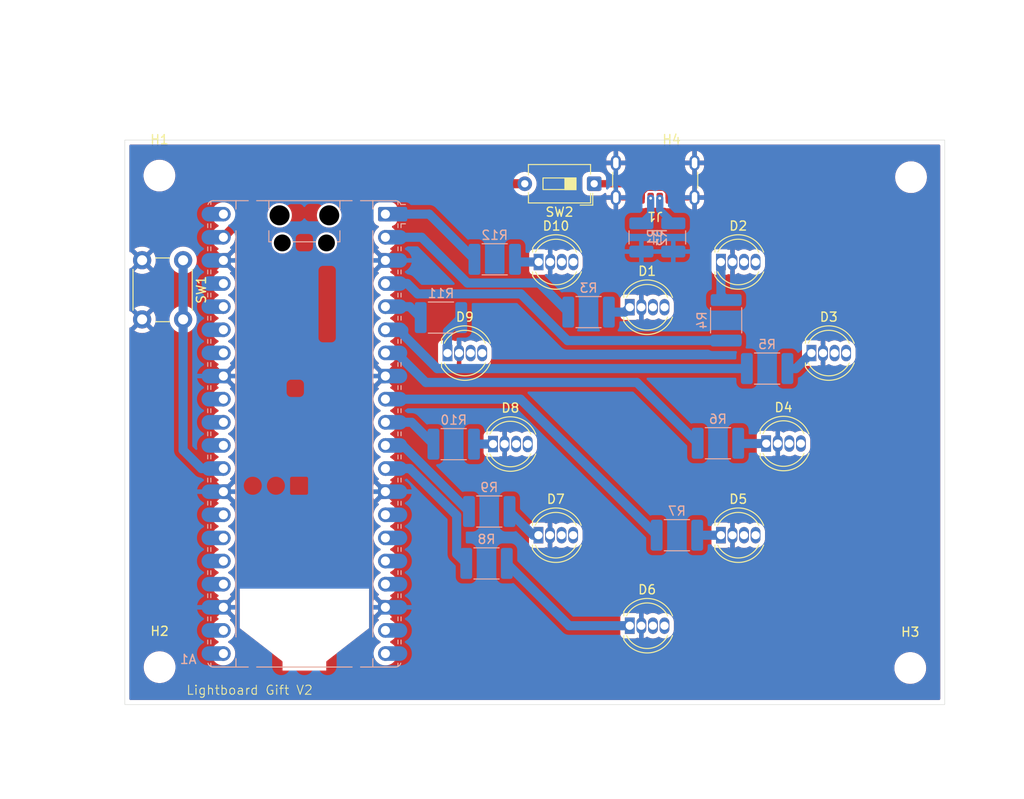
<source format=kicad_pcb>
(kicad_pcb (version 20241229) (generator "pcbnew") (generator_version "9.0")
  (layers (0 "F.Cu" signal) (2 "B.Cu" signal) (13 "F.Paste" user) (15 "B.Paste" user) (5 "F.SilkS" user "F.Silkscreen") (7 "B.SilkS" user "B.Silkscreen") (1 "F.Mask" user) (3 "B.Mask" user) (25 "Edge.Cuts" user))
  (net 0 "")
  (net 1 "VBUS")
  (net 14 "Net-(J1-CC2)")
  (net 15 "GND")
  (net 16 "Net-(J1-CC1)")
  (net 17 "Net-(SW2-A)")
  (net 20 "RED0")
  (net 23 "RED1")
  (net 26 "RED2")
  (net 28 "RED3")
  (net 30 "RED4")
  (net 33 "RED5")
  (net 37 "RED6")
  (net 39 "RED7")
  (net 42 "RED8")
  (net 46 "RED9")
  (net 48 "Net-(D1-RA)")
  (net 49 "Net-(D2-RA)")
  (net 50 "Net-(D3-RA)")
  (net 51 "Net-(D4-RA)")
  (net 52 "Net-(D5-RA)")
  (net 53 "Net-(D6-RA)")
  (net 54 "Net-(D7-RA)")
  (net 55 "Net-(D8-RA)")
  (net 56 "Net-(D9-RA)")
  (net 57 "Net-(D10-RA)")
  (net 66 "Net-(A1-GPIO22)")
  (footprint "LED_THT:LED_D5.0mm-4_RGB" (layer "F.Cu") (at 166.925603 99.4)
    (property "Reference" "D5" (at 1.905 -3.96 0) (layer "F.SilkS"))
    (property "Value" "LED_RKGB")
    (pad "1" thru_hole rect (at 0 0) (size 1.07 1.8) (drill 0.9) (layers "*.Cu" "*.Mask") (net 52 "Net-(D5-RA)"))
    (pad "2" thru_hole oval (at 1.27 0) (size 1.07 1.8) (drill 0.9) (layers "*.Cu" "*.Mask") (net 15 "GND"))
    (pad "3" thru_hole oval (at 2.54 0) (size 1.07 1.8) (drill 0.9) (layers "*.Cu" "*.Mask"))
    (pad "4" thru_hole oval (at 3.81 0) (size 1.07 1.8) (drill 0.9) (layers "*.Cu" "*.Mask"))
  )
  (footprint "LED_THT:LED_D5.0mm-4_RGB" (layer "F.Cu") (at 166.927461 69.395049)
    (property "Reference" "D2" (at 1.905 -3.96 0) (layer "F.SilkS"))
    (property "Value" "LED_RKGB")
    (pad "1" thru_hole rect (at 0 0) (size 1.07 1.8) (drill 0.9) (layers "*.Cu" "*.Mask") (net 49 "Net-(D2-RA)"))
    (pad "2" thru_hole oval (at 1.27 0) (size 1.07 1.8) (drill 0.9) (layers "*.Cu" "*.Mask") (net 15 "GND"))
    (pad "3" thru_hole oval (at 2.54 0) (size 1.07 1.8) (drill 0.9) (layers "*.Cu" "*.Mask"))
    (pad "4" thru_hole oval (at 3.81 0) (size 1.07 1.8) (drill 0.9) (layers "*.Cu" "*.Mask"))
  )
  (footprint "MountingHole:MountingHole_3mm" (layer "F.Cu") (at 187.711347 113.986534)
    (property "Reference" "H3" (at 0 -3.95 0) (layer "F.SilkS"))
    (property "Value" "MountingHole")
    (pad "" np_thru_hole circle (at 0 0) (size 3 3) (drill 3) (layers "*.Cu" "*.Mask"))
  )
  (footprint "LED_THT:LED_D5.0mm-4_RGB" (layer "F.Cu") (at 176.863729 79.398454)
    (property "Reference" "D3" (at 1.905 -3.96 0) (layer "F.SilkS"))
    (property "Value" "LED_RKGB")
    (pad "1" thru_hole rect (at 0 0) (size 1.07 1.8) (drill 0.9) (layers "*.Cu" "*.Mask") (net 50 "Net-(D3-RA)"))
    (pad "2" thru_hole oval (at 1.27 0) (size 1.07 1.8) (drill 0.9) (layers "*.Cu" "*.Mask") (net 15 "GND"))
    (pad "3" thru_hole oval (at 2.54 0) (size 1.07 1.8) (drill 0.9) (layers "*.Cu" "*.Mask"))
    (pad "4" thru_hole oval (at 3.81 0) (size 1.07 1.8) (drill 0.9) (layers "*.Cu" "*.Mask"))
  )
  (footprint "Connector_USB:USB_C_Receptacle_GCT_USB4125-xx-x_6P_TopMnt_Horizontal" (layer "F.Cu") (at 159.715 59.3125 180)
    (property "Reference" "J1" (at 0.015 -5.0875 180) (layer "F.SilkS"))
    (property "Value" "USB_C_Receptacle_PowerOnly_6P")
    (pad "A5" smd roundrect (at -0.5 -3.08 180) (size 0.7 1.2) (layers "F.Cu" "F.Mask" "F.Paste") (net 16 "Net-(J1-CC1)"))
    (pad "A9" smd roundrect (at 1.52 -3.08) (size 0.76 1.2) (layers "F.Cu" "F.Mask" "F.Paste") (net 17 "Net-(SW2-A)"))
    (pad "A12" smd roundrect (at 2.75 -3.08) (size 0.8 1.2) (layers "F.Cu" "F.Mask" "F.Paste") (net 15 "GND"))
    (pad "B5" smd roundrect (at 0.5 -3.08) (size 0.7 1.2) (layers "F.Cu" "F.Mask" "F.Paste") (net 14 "Net-(J1-CC2)"))
    (pad "B9" smd roundrect (at -1.52 -3.08 180) (size 0.76 1.2) (layers "F.Cu" "F.Mask" "F.Paste") (net 17 "Net-(SW2-A)"))
    (pad "B12" smd roundrect (at -2.75 -3.08 180) (size 0.8 1.2) (layers "F.Cu" "F.Mask" "F.Paste") (net 15 "GND"))
    (pad "S1" thru_hole oval (at -4.32 -3 180) (size 1.1 1.7) (drill oval 0.6 1.2) (property pad_prop_heatsink) (layers "*.Cu" "*.Mask" "F.Paste") (net 15 "GND"))
    (pad "S1" thru_hole oval (at -4.32 0.8 180) (size 1.1 1.7) (drill oval 0.6 1.2) (property pad_prop_heatsink) (layers "*.Cu" "*.Mask" "F.Paste") (net 15 "GND"))
    (pad "S1" thru_hole oval (at 4.32 -3 180) (size 1.1 1.7) (drill oval 0.6 1.2) (property pad_prop_heatsink) (layers "*.Cu" "*.Mask" "F.Paste") (net 15 "GND"))
    (pad "S1" thru_hole oval (at 4.32 0.8 180) (size 1.1 1.7) (drill oval 0.6 1.2) (property pad_prop_heatsink) (layers "*.Cu" "*.Mask" "F.Paste") (net 15 "GND"))
  )
  (footprint "MountingHole:MountingHole_3mm" (layer "F.Cu") (at 187.794681 60.07704)
    (property "Reference" "H4" (at -26.285 -4.1375 0) (layer "F.SilkS"))
    (property "Value" "MountingHole")
    (pad "" np_thru_hole circle (at 0 0) (size 3 3) (drill 3) (layers "*.Cu" "*.Mask"))
  )
  (footprint "MountingHole:MountingHole_3mm" (layer "F.Cu") (at 105.299999 59.905043)
    (property "Reference" "H1" (at 0 -3.95 0) (layer "F.SilkS"))
    (property "Value" "MountingHole")
    (pad "" np_thru_hole circle (at 0 0) (size 3 3) (drill 3) (layers "*.Cu" "*.Mask"))
  )
  (footprint "MountingHole:MountingHole_3mm" (layer "F.Cu") (at 105.318301 113.891577)
    (property "Reference" "H2" (at 0 -3.95 0) (layer "F.SilkS"))
    (property "Value" "MountingHole")
    (pad "" np_thru_hole circle (at 0 0) (size 3 3) (drill 3) (layers "*.Cu" "*.Mask"))
  )
  (footprint "LED_THT:LED_D5.0mm-4_RGB" (layer "F.Cu") (at 146.920652 69.395049)
    (property "Reference" "D10" (at 1.905 -3.96 0) (layer "F.SilkS"))
    (property "Value" "LED_RKGB")
    (pad "1" thru_hole rect (at 0 0) (size 1.07 1.8) (drill 0.9) (layers "*.Cu" "*.Mask") (net 57 "Net-(D10-RA)"))
    (pad "2" thru_hole oval (at 1.27 0) (size 1.07 1.8) (drill 0.9) (layers "*.Cu" "*.Mask") (net 15 "GND"))
    (pad "3" thru_hole oval (at 2.54 0) (size 1.07 1.8) (drill 0.9) (layers "*.Cu" "*.Mask"))
    (pad "4" thru_hole oval (at 3.81 0) (size 1.07 1.8) (drill 0.9) (layers "*.Cu" "*.Mask"))
  )
  (footprint "LED_THT:LED_D5.0mm-4_RGB" (layer "F.Cu") (at 156.924057 74.363183)
    (property "Reference" "D1" (at 1.905 -3.96 0) (layer "F.SilkS"))
    (property "Value" "LED_RKGB")
    (pad "1" thru_hole rect (at 0 0) (size 1.07 1.8) (drill 0.9) (layers "*.Cu" "*.Mask") (net 48 "Net-(D1-RA)"))
    (pad "2" thru_hole oval (at 1.27 0) (size 1.07 1.8) (drill 0.9) (layers "*.Cu" "*.Mask") (net 15 "GND"))
    (pad "3" thru_hole oval (at 2.54 0) (size 1.07 1.8) (drill 0.9) (layers "*.Cu" "*.Mask"))
    (pad "4" thru_hole oval (at 3.81 0) (size 1.07 1.8) (drill 0.9) (layers "*.Cu" "*.Mask"))
  )
  (footprint "LED_THT:LED_D5.0mm-4_RGB" (layer "F.Cu") (at 156.924057 109.341531)
    (property "Reference" "D6" (at 1.905 -3.96 0) (layer "F.SilkS"))
    (property "Value" "LED_RKGB")
    (pad "1" thru_hole rect (at 0 0) (size 1.07 1.8) (drill 0.9) (layers "*.Cu" "*.Mask") (net 53 "Net-(D6-RA)"))
    (pad "2" thru_hole oval (at 1.27 0) (size 1.07 1.8) (drill 0.9) (layers "*.Cu" "*.Mask") (net 15 "GND"))
    (pad "3" thru_hole oval (at 2.54 0) (size 1.07 1.8) (drill 0.9) (layers "*.Cu" "*.Mask"))
    (pad "4" thru_hole oval (at 3.81 0) (size 1.07 1.8) (drill 0.9) (layers "*.Cu" "*.Mask"))
  )
  (footprint "LED_THT:LED_D5.0mm-4_RGB" (layer "F.Cu") (at 171.895595 89.334722)
    (property "Reference" "D4" (at 1.905 -3.96 0) (layer "F.SilkS"))
    (property "Value" "LED_RKGB")
    (pad "1" thru_hole rect (at 0 0) (size 1.07 1.8) (drill 0.9) (layers "*.Cu" "*.Mask") (net 51 "Net-(D4-RA)"))
    (pad "2" thru_hole oval (at 1.27 0) (size 1.07 1.8) (drill 0.9) (layers "*.Cu" "*.Mask") (net 15 "GND"))
    (pad "3" thru_hole oval (at 2.54 0) (size 1.07 1.8) (drill 0.9) (layers "*.Cu" "*.Mask"))
    (pad "4" thru_hole oval (at 3.81 0) (size 1.07 1.8) (drill 0.9) (layers "*.Cu" "*.Mask"))
  )
  (footprint "LED_THT:LED_D5.0mm-4_RGB" (layer "F.Cu") (at 136.917248 79.398454)
    (property "Reference" "D9" (at 1.905 -3.96 0) (layer "F.SilkS"))
    (property "Value" "LED_RKGB")
    (pad "1" thru_hole rect (at 0 0) (size 1.07 1.8) (drill 0.9) (layers "*.Cu" "*.Mask") (net 56 "Net-(D9-RA)"))
    (pad "2" thru_hole oval (at 1.27 0) (size 1.07 1.8) (drill 0.9) (layers "*.Cu" "*.Mask") (net 15 "GND"))
    (pad "3" thru_hole oval (at 2.54 0) (size 1.07 1.8) (drill 0.9) (layers "*.Cu" "*.Mask"))
    (pad "4" thru_hole oval (at 3.81 0) (size 1.07 1.8) (drill 0.9) (layers "*.Cu" "*.Mask"))
  )
  (footprint "LED_THT:LED_D5.0mm-4_RGB" (layer "F.Cu") (at 141.913315 89.387712)
    (property "Reference" "D8" (at 1.905 -3.96 0) (layer "F.SilkS"))
    (property "Value" "LED_RKGB")
    (pad "1" thru_hole rect (at 0 0) (size 1.07 1.8) (drill 0.9) (layers "*.Cu" "*.Mask") (net 55 "Net-(D8-RA)"))
    (pad "2" thru_hole oval (at 1.27 0) (size 1.07 1.8) (drill 0.9) (layers "*.Cu" "*.Mask") (net 15 "GND"))
    (pad "3" thru_hole oval (at 2.54 0) (size 1.07 1.8) (drill 0.9) (layers "*.Cu" "*.Mask"))
    (pad "4" thru_hole oval (at 3.81 0) (size 1.07 1.8) (drill 0.9) (layers "*.Cu" "*.Mask"))
  )
  (footprint "LED_THT:LED_D5.0mm-4_RGB" (layer "F.Cu") (at 146.9 99.4)
    (property "Reference" "D7" (at 1.905 -3.96 0) (layer "F.SilkS"))
    (property "Value" "LED_RKGB")
    (pad "1" thru_hole rect (at 0 0) (size 1.07 1.8) (drill 0.9) (layers "*.Cu" "*.Mask") (net 54 "Net-(D7-RA)"))
    (pad "2" thru_hole oval (at 1.27 0) (size 1.07 1.8) (drill 0.9) (layers "*.Cu" "*.Mask") (net 15 "GND"))
    (pad "3" thru_hole oval (at 2.54 0) (size 1.07 1.8) (drill 0.9) (layers "*.Cu" "*.Mask"))
    (pad "4" thru_hole oval (at 3.81 0) (size 1.07 1.8) (drill 0.9) (layers "*.Cu" "*.Mask"))
  )
  (footprint "Button_Switch_THT:SW_PUSH_6mm_H4.3mm" (layer "F.Cu") (at 107.9 69.2 -90)
    (property "Reference" "SW1" (at 3.25 -2 90) (layer "F.SilkS"))
    (property "Value" "SW_Push")
    (pad "1" thru_hole circle (at 0 0) (size 2 2) (drill 1.1) (layers "*.Cu" "*.Mask") (net 66 "Net-(A1-GPIO22)"))
    (pad "1" thru_hole circle (at 6.5 0) (size 2 2) (drill 1.1) (layers "*.Cu" "*.Mask") (net 66 "Net-(A1-GPIO22)"))
    (pad "2" thru_hole circle (at 0 4.5) (size 2 2) (drill 1.1) (layers "*.Cu" "*.Mask") (net 15 "GND"))
    (pad "2" thru_hole circle (at 6.5 4.5) (size 2 2) (drill 1.1) (layers "*.Cu" "*.Mask") (net 15 "GND"))
  )
  (footprint "Button_Switch_THT:SW_DIP_SPSTx01_Slide_6.7x4.1mm_W7.62mm_P2.54mm_LowProfile" (layer "F.Cu") (at 153.02 60.8 180)
    (property "Reference" "SW2" (at 3.81 -3.11 0) (layer "F.SilkS"))
    (property "Value" "SW_SPST")
    (pad "1" thru_hole roundrect (at 0 0 180) (size 1.6 1.6) (drill 0.8) (layers "*.Cu" "*.Mask") (roundrect_rratio 0.15625) (net 17 "Net-(SW2-A)"))
    (pad "2" thru_hole circle (at 7.62 0 180) (size 1.6 1.6) (drill 0.8) (layers "*.Cu" "*.Mask") (net 1 "VBUS"))
  )
  (footprint "Resistor_SMD:R_1812_4532Metric_Pad1.30x3.40mm_HandSolder" (layer "B.Cu") (at 167.5 75.8 -90)
    (property "Reference" "R4" (at 0 2.65 90) (layer "B.SilkS") (effects (justify mirror)))
    (property "Value" "R_Small")
    (pad "1" smd roundrect (at -2.225001 0 270) (size 1.3 3.4) (layers "B.Cu" "B.Mask" "B.Paste") (roundrect_rratio 0.192308) (net 49 "Net-(D2-RA)"))
    (pad "2" smd roundrect (at 2.225001 0 270) (size 1.3 3.4) (layers "B.Cu" "B.Mask" "B.Paste") (roundrect_rratio 0.192308) (net 23 "RED1"))
  )
  (footprint "Resistor_SMD:R_1812_4532Metric_Pad1.30x3.40mm_HandSolder" (layer "B.Cu") (at 172 81.1 180)
    (property "Reference" "R5" (at 0 2.65 0) (layer "B.SilkS") (effects (justify mirror)))
    (property "Value" "R_Small")
    (pad "1" smd roundrect (at -2.225 0 180) (size 1.3 3.4) (layers "B.Cu" "B.Mask" "B.Paste") (roundrect_rratio 0.192308) (net 50 "Net-(D3-RA)"))
    (pad "2" smd roundrect (at 2.225 0 180) (size 1.3 3.4) (layers "B.Cu" "B.Mask" "B.Paste") (roundrect_rratio 0.192308) (net 26 "RED2"))
  )
  (footprint "Resistor_SMD:R_1210_3225Metric_Pad1.30x2.65mm_HandSolder" (layer "B.Cu") (at 158.2 66.7 90)
    (property "Reference" "R2" (at 0 2.28 90) (layer "B.SilkS") (effects (justify mirror)))
    (property "Value" "5k1")
    (pad "1" smd roundrect (at -1.55 0 90) (size 1.3 2.65) (layers "B.Cu" "B.Mask" "B.Paste") (roundrect_rratio 0.192308) (net 15 "GND"))
    (pad "2" smd roundrect (at 1.55 0 90) (size 1.3 2.65) (layers "B.Cu" "B.Mask" "B.Paste") (roundrect_rratio 0.192308) (net 14 "Net-(J1-CC2)"))
  )
  (footprint "Resistor_SMD:R_1812_4532Metric_Pad1.30x3.40mm_HandSolder" (layer "B.Cu") (at 141.2 102.5 180)
    (property "Reference" "R8" (at 0 2.65 0) (layer "B.SilkS") (effects (justify mirror)))
    (property "Value" "R_Small")
    (pad "1" smd roundrect (at -2.225 0 180) (size 1.3 3.4) (layers "B.Cu" "B.Mask" "B.Paste") (roundrect_rratio 0.192308) (net 53 "Net-(D6-RA)"))
    (pad "2" smd roundrect (at 2.225 0 180) (size 1.3 3.4) (layers "B.Cu" "B.Mask" "B.Paste") (roundrect_rratio 0.192308) (net 33 "RED5"))
  )
  (footprint "Resistor_SMD:R_1210_3225Metric_Pad1.30x2.65mm_HandSolder" (layer "B.Cu") (at 161.7 66.7 -90)
    (property "Reference" "R1" (at 0 2.28 90) (layer "B.SilkS") (effects (justify mirror)))
    (property "Value" "5k1")
    (pad "1" smd roundrect (at -1.55 0 270) (size 1.3 2.65) (layers "B.Cu" "B.Mask" "B.Paste") (roundrect_rratio 0.192308) (net 16 "Net-(J1-CC1)"))
    (pad "2" smd roundrect (at 1.55 0 270) (size 1.3 2.65) (layers "B.Cu" "B.Mask" "B.Paste") (roundrect_rratio 0.192308) (net 15 "GND"))
  )
  (footprint "Resistor_SMD:R_1812_4532Metric_Pad1.30x3.40mm_HandSolder" (layer "B.Cu") (at 166.6 89.3 180)
    (property "Reference" "R6" (at 0 2.65 0) (layer "B.SilkS") (effects (justify mirror)))
    (property "Value" "R_Small")
    (pad "1" smd roundrect (at -2.225 0 180) (size 1.3 3.4) (layers "B.Cu" "B.Mask" "B.Paste") (roundrect_rratio 0.192308) (net 51 "Net-(D4-RA)"))
    (pad "2" smd roundrect (at 2.225 0 180) (size 1.3 3.4) (layers "B.Cu" "B.Mask" "B.Paste") (roundrect_rratio 0.192308) (net 28 "RED3"))
  )
  (footprint "Resistor_SMD:R_1812_4532Metric_Pad1.30x3.40mm_HandSolder" (layer "B.Cu") (at 137.6 89.4 180)
    (property "Reference" "R10" (at 0 2.65 0) (layer "B.SilkS") (effects (justify mirror)))
    (property "Value" "R_Small")
    (pad "1" smd roundrect (at -2.225 0 180) (size 1.3 3.4) (layers "B.Cu" "B.Mask" "B.Paste") (roundrect_rratio 0.192308) (net 55 "Net-(D8-RA)"))
    (pad "2" smd roundrect (at 2.225 0 180) (size 1.3 3.4) (layers "B.Cu" "B.Mask" "B.Paste") (roundrect_rratio 0.192308) (net 39 "RED7"))
  )
  (footprint "Module:RaspberryPi_Pico_Common_Unspecified" (layer "B.Cu") (at 121.21 88.27 180)
    (property "Reference" "A1" (at 11.7475 -24.765 0) (layer "B.SilkS") (effects (justify left mirror)))
    (property "Value" "RaspberryPi_Pico")
    (pad "" np_thru_hole circle (at -2.725 24 180) (size 2.2 2.2) (drill 2.2) (layers "*.Mask"))
    (pad "" np_thru_hole circle (at -2.425 20.97 180) (size 1.85 1.85) (drill 1.85) (layers "*.Mask"))
    (pad "" np_thru_hole circle (at 2.425 20.97 180) (size 1.85 1.85) (drill 1.85) (layers "*.Mask"))
    (pad "" np_thru_hole circle (at 2.725 24 180) (size 2.2 2.2) (drill 2.2) (layers "*.Mask"))
    (pad "1" smd custom (at -9.69 24.13 180) (size 1.6 0.8) (layers "B.Cu" "B.Mask") (net 46 "RED9") (options (clearance outline) (anchor rect)) (primitives (gr_circle (center 0.8 0) (end 1.6 0) (width 0) (fill yes)) (gr_poly (pts (xy -1.6 0.6) (xy -1.6 -0.6) (xy -1.4 -0.8) (xy 0.8 -0.8) (xy 0.8 0.8) (xy -1.4 0.8)) (width 0) (fill yes)) (gr_circle (center -1.4 0.6) (end -1.2 0.6) (width 0) (fill yes)) (gr_circle (center -1.4 -0.6) (end -1.2 -0.6) (width 0) (fill yes))))
    (pad "1" thru_hole roundrect (at -8.89 24.13 180) (size 1.6 1.6) (drill 1) (layers "*.Cu" "*.Mask") (roundrect_rratio 0.125) (net 46 "RED9"))
    (pad "2" smd roundrect (at -9.69 21.59 180) (size 3.2 1.6) (layers "B.Cu" "B.Mask") (roundrect_rratio 0.5) (net 20 "RED0"))
    (pad "2" thru_hole circle (at -8.89 21.59 180) (size 1.6 1.6) (drill 1) (layers "*.Cu" "*.Mask") (net 20 "RED0"))
    (pad "3" smd custom (at -9.69 19.05 180) (size 1.6 0.8) (layers "B.Cu" "B.Mask") (net 15 "GND") (options (clearance outline) (anchor rect)) (primitives (gr_circle (center -0.8 0) (end 0 0) (width 0) (fill yes)) (gr_poly (pts (xy 1.6 0.6) (xy 1.6 -0.6) (xy 1.4 -0.8) (xy -0.8 -0.8) (xy -0.8 0.8) (xy 1.4 0.8)) (width 0) (fill yes)) (gr_circle (center 1.4 0.6) (end 1.6 0.6) (width 0) (fill yes)) (gr_circle (center 1.4 -0.6) (end 1.6 -0.6) (width 0) (fill yes))))
    (pad "3" thru_hole custom (at -8.89 19.05 180) (size 1.6 1.6) (drill 1) (layers "*.Cu" "*.Mask") (net 15 "GND") (options (clearance outline) (anchor circle)) (primitives (gr_poly (pts (xy 0.8 -0.6) (xy 0.8 0.6) (xy 0.6 0.8) (xy 0 0.8) (xy 0 -0.8) (xy 0.6 -0.8)) (width 0) (fill yes)) (gr_circle (center 0.6 -0.6) (end 0.8 -0.6) (width 0) (fill yes)) (gr_circle (center 0.6 0.6) (end 0.8 0.6) (width 0) (fill yes))))
    (pad "4" smd roundrect (at -9.69 16.51 180) (size 3.2 1.6) (layers "B.Cu" "B.Mask") (roundrect_rratio 0.5) (net 23 "RED1"))
    (pad "4" thru_hole circle (at -8.89 16.51 180) (size 1.6 1.6) (drill 1) (layers "*.Cu" "*.Mask") (net 23 "RED1"))
    (pad "5" smd roundrect (at -9.69 13.97 180) (size 3.2 1.6) (layers "B.Cu" "B.Mask") (roundrect_rratio 0.5) (net 42 "RED8"))
    (pad "5" thru_hole circle (at -8.89 13.97 180) (size 1.6 1.6) (drill 1) (layers "*.Cu" "*.Mask") (net 42 "RED8"))
    (pad "6" smd roundrect (at -9.69 11.43 180) (size 3.2 1.6) (layers "B.Cu" "B.Mask") (roundrect_rratio 0.5) (net 26 "RED2"))
    (pad "6" thru_hole circle (at -8.89 11.43 180) (size 1.6 1.6) (drill 1) (layers "*.Cu" "*.Mask") (net 26 "RED2"))
    (pad "7" smd roundrect (at -9.69 8.89 180) (size 3.2 1.6) (layers "B.Cu" "B.Mask") (roundrect_rratio 0.5) (net 28 "RED3"))
    (pad "7" thru_hole circle (at -8.89 8.89 180) (size 1.6 1.6) (drill 1) (layers "*.Cu" "*.Mask") (net 28 "RED3"))
    (pad "8" smd custom (at -9.69 6.35 180) (size 1.6 0.8) (layers "B.Cu" "B.Mask") (net 15 "GND") (options (clearance outline) (anchor rect)) (primitives (gr_circle (center -0.8 0) (end 0 0) (width 0) (fill yes)) (gr_poly (pts (xy 1.6 0.6) (xy 1.6 -0.6) (xy 1.4 -0.8) (xy -0.8 -0.8) (xy -0.8 0.8) (xy 1.4 0.8)) (width 0) (fill yes)) (gr_circle (center 1.4 0.6) (end 1.6 0.6) (width 0) (fill yes)) (gr_circle (center 1.4 -0.6) (end 1.6 -0.6) (width 0) (fill yes))))
    (pad "8" thru_hole custom (at -8.89 6.35 180) (size 1.6 1.6) (drill 1) (layers "*.Cu" "*.Mask") (net 15 "GND") (options (clearance outline) (anchor circle)) (primitives (gr_poly (pts (xy 0.8 -0.6) (xy 0.8 0.6) (xy 0.6 0.8) (xy 0 0.8) (xy 0 -0.8) (xy 0.6 -0.8)) (width 0) (fill yes)) (gr_circle (center 0.6 -0.6) (end 0.8 -0.6) (width 0) (fill yes)) (gr_circle (center 0.6 0.6) (end 0.8 0.6) (width 0) (fill yes))))
    (pad "9" smd roundrect (at -9.69 3.81 180) (size 3.2 1.6) (layers "B.Cu" "B.Mask") (roundrect_rratio 0.5) (net 30 "RED4"))
    (pad "9" thru_hole circle (at -8.89 3.81 180) (size 1.6 1.6) (drill 1) (layers "*.Cu" "*.Mask") (net 30 "RED4"))
    (pad "10" smd roundrect (at -9.69 1.27 180) (size 3.2 1.6) (layers "B.Cu" "B.Mask") (roundrect_rratio 0.5) (net 39 "RED7"))
    (pad "10" thru_hole circle (at -8.89 1.27 180) (size 1.6 1.6) (drill 1) (layers "*.Cu" "*.Mask") (net 39 "RED7"))
    (pad "11" smd roundrect (at -9.69 -1.27 180) (size 3.2 1.6) (layers "B.Cu" "B.Mask") (roundrect_rratio 0.5) (net 37 "RED6"))
    (pad "11" thru_hole circle (at -8.89 -1.27 180) (size 1.6 1.6) (drill 1) (layers "*.Cu" "*.Mask") (net 37 "RED6"))
    (pad "12" smd roundrect (at -9.69 -3.81 180) (size 3.2 1.6) (layers "B.Cu" "B.Mask") (roundrect_rratio 0.5) (net 33 "RED5"))
    (pad "12" thru_hole circle (at -8.89 -3.81 180) (size 1.6 1.6) (drill 1) (layers "*.Cu" "*.Mask") (net 33 "RED5"))
    (pad "13" smd custom (at -9.69 -6.35 180) (size 1.6 0.8) (layers "B.Cu" "B.Mask") (net 15 "GND") (options (clearance outline) (anchor rect)) (primitives (gr_circle (center -0.8 0) (end 0 0) (width 0) (fill yes)) (gr_poly (pts (xy 1.6 0.6) (xy 1.6 -0.6) (xy 1.4 -0.8) (xy -0.8 -0.8) (xy -0.8 0.8) (xy 1.4 0.8)) (width 0) (fill yes)) (gr_circle (center 1.4 0.6) (end 1.6 0.6) (width 0) (fill yes)) (gr_circle (center 1.4 -0.6) (end 1.6 -0.6) (width 0) (fill yes))))
    (pad "13" thru_hole custom (at -8.89 -6.35 180) (size 1.6 1.6) (drill 1) (layers "*.Cu" "*.Mask") (net 15 "GND") (options (clearance outline) (anchor circle)) (primitives (gr_poly (pts (xy 0.8 -0.6) (xy 0.8 0.6) (xy 0.6 0.8) (xy 0 0.8) (xy 0 -0.8) (xy 0.6 -0.8)) (width 0) (fill yes)) (gr_circle (center 0.6 -0.6) (end 0.8 -0.6) (width 0) (fill yes)) (gr_circle (center 0.6 0.6) (end 0.8 0.6) (width 0) (fill yes))))
    (pad "14" smd roundrect (at -9.69 -8.89 180) (size 3.2 1.6) (layers "B.Cu" "B.Mask") (roundrect_rratio 0.5))
    (pad "14" thru_hole circle (at -8.89 -8.89 180) (size 1.6 1.6) (drill 1) (layers "*.Cu" "*.Mask"))
    (pad "15" smd roundrect (at -9.69 -11.43 180) (size 3.2 1.6) (layers "B.Cu" "B.Mask") (roundrect_rratio 0.5))
    (pad "15" thru_hole circle (at -8.89 -11.43 180) (size 1.6 1.6) (drill 1) (layers "*.Cu" "*.Mask"))
    (pad "16" smd roundrect (at -9.69 -13.97 180) (size 3.2 1.6) (layers "B.Cu" "B.Mask") (roundrect_rratio 0.5))
    (pad "16" thru_hole circle (at -8.89 -13.97 180) (size 1.6 1.6) (drill 1) (layers "*.Cu" "*.Mask"))
    (pad "17" smd roundrect (at -9.69 -16.51 180) (size 3.2 1.6) (layers "B.Cu" "B.Mask") (roundrect_rratio 0.5))
    (pad "17" thru_hole circle (at -8.89 -16.51 180) (size 1.6 1.6) (drill 1) (layers "*.Cu" "*.Mask"))
    (pad "18" smd custom (at -9.69 -19.05 180) (size 1.6 0.8) (layers "B.Cu" "B.Mask") (net 15 "GND") (options (clearance outline) (anchor rect)) (primitives (gr_circle (center -0.8 0) (end 0 0) (width 0) (fill yes)) (gr_poly (pts (xy 1.6 0.6) (xy 1.6 -0.6) (xy 1.4 -0.8) (xy -0.8 -0.8) (xy -0.8 0.8) (xy 1.4 0.8)) (width 0) (fill yes)) (gr_circle (center 1.4 0.6) (end 1.6 0.6) (width 0) (fill yes)) (gr_circle (center 1.4 -0.6) (end 1.6 -0.6) (width 0) (fill yes))))
    (pad "18" thru_hole custom (at -8.89 -19.05 180) (size 1.6 1.6) (drill 1) (layers "*.Cu" "*.Mask") (net 15 "GND") (options (clearance outline) (anchor circle)) (primitives (gr_poly (pts (xy 0.8 -0.6) (xy 0.8 0.6) (xy 0.6 0.8) (xy 0 0.8) (xy 0 -0.8) (xy 0.6 -0.8)) (width 0) (fill yes)) (gr_circle (center 0.6 -0.6) (end 0.8 -0.6) (width 0) (fill yes)) (gr_circle (center 0.6 0.6) (end 0.8 0.6) (width 0) (fill yes))))
    (pad "19" smd roundrect (at -9.69 -21.59 180) (size 3.2 1.6) (layers "B.Cu" "B.Mask") (roundrect_rratio 0.5))
    (pad "19" thru_hole circle (at -8.89 -21.59 180) (size 1.6 1.6) (drill 1) (layers "*.Cu" "*.Mask"))
    (pad "20" smd roundrect (at -9.69 -24.13 180) (size 3.2 1.6) (layers "B.Cu" "B.Mask") (roundrect_rratio 0.5))
    (pad "20" thru_hole circle (at -8.89 -24.13 180) (size 1.6 1.6) (drill 1) (layers "*.Cu" "*.Mask"))
    (pad "21" thru_hole circle (at 8.89 -24.13 180) (size 1.6 1.6) (drill 1) (layers "*.Cu" "*.Mask"))
    (pad "21" smd roundrect (at 9.69 -24.13 180) (size 3.2 1.6) (layers "B.Cu" "B.Mask") (roundrect_rratio 0.5))
    (pad "22" thru_hole circle (at 8.89 -21.59 180) (size 1.6 1.6) (drill 1) (layers "*.Cu" "*.Mask"))
    (pad "22" smd roundrect (at 9.69 -21.59 180) (size 3.2 1.6) (layers "B.Cu" "B.Mask") (roundrect_rratio 0.5))
    (pad "23" thru_hole custom (at 8.89 -19.05 180) (size 1.6 1.6) (drill 1) (layers "*.Cu" "*.Mask") (net 15 "GND") (options (clearance outline) (anchor circle)) (primitives (gr_poly (pts (xy -0.8 -0.6) (xy -0.8 0.6) (xy -0.6 0.8) (xy 0 0.8) (xy 0 -0.8) (xy -0.6 -0.8)) (width 0) (fill yes)) (gr_circle (center -0.6 -0.6) (end -0.4 -0.6) (width 0) (fill yes)) (gr_circle (center -0.6 0.6) (end -0.4 0.6) (width 0) (fill yes))))
    (pad "23" smd custom (at 9.69 -19.05 180) (size 1.6 0.8) (layers "B.Cu" "B.Mask") (net 15 "GND") (options (clearance outline) (anchor rect)) (primitives (gr_circle (center 0.8 0) (end 1.6 0) (width 0) (fill yes)) (gr_poly (pts (xy -1.6 0.6) (xy -1.6 -0.6) (xy -1.4 -0.8) (xy 0.8 -0.8) (xy 0.8 0.8) (xy -1.4 0.8)) (width 0) (fill yes)) (gr_circle (center -1.4 0.6) (end -1.2 0.6) (width 0) (fill yes)) (gr_circle (center -1.4 -0.6) (end -1.2 -0.6) (width 0) (fill yes))))
    (pad "24" thru_hole circle (at 8.89 -16.51 180) (size 1.6 1.6) (drill 1) (layers "*.Cu" "*.Mask"))
    (pad "24" smd roundrect (at 9.69 -16.51 180) (size 3.2 1.6) (layers "B.Cu" "B.Mask") (roundrect_rratio 0.5))
    (pad "25" thru_hole circle (at 8.89 -13.97 180) (size 1.6 1.6) (drill 1) (layers "*.Cu" "*.Mask"))
    (pad "25" smd roundrect (at 9.69 -13.97 180) (size 3.2 1.6) (layers "B.Cu" "B.Mask") (roundrect_rratio 0.5))
    (pad "26" thru_hole circle (at 8.89 -11.43 180) (size 1.6 1.6) (drill 1) (layers "*.Cu" "*.Mask"))
    (pad "26" smd roundrect (at 9.69 -11.43 180) (size 3.2 1.6) (layers "B.Cu" "B.Mask") (roundrect_rratio 0.5))
    (pad "27" thru_hole circle (at 8.89 -8.89 180) (size 1.6 1.6) (drill 1) (layers "*.Cu" "*.Mask"))
    (pad "27" smd roundrect (at 9.69 -8.89 180) (size 3.2 1.6) (layers "B.Cu" "B.Mask") (roundrect_rratio 0.5))
    (pad "28" thru_hole custom (at 8.89 -6.35 180) (size 1.6 1.6) (drill 1) (layers "*.Cu" "*.Mask") (net 15 "GND") (options (clearance outline) (anchor circle)) (primitives (gr_poly (pts (xy -0.8 -0.6) (xy -0.8 0.6) (xy -0.6 0.8) (xy 0 0.8) (xy 0 -0.8) (xy -0.6 -0.8)) (width 0) (fill yes)) (gr_circle (center -0.6 -0.6) (end -0.4 -0.6) (width 0) (fill yes)) (gr_circle (center -0.6 0.6) (end -0.4 0.6) (width 0) (fill yes))))
    (pad "28" smd custom (at 9.69 -6.35 180) (size 1.6 0.8) (layers "B.Cu" "B.Mask") (net 15 "GND") (options (clearance outline) (anchor rect)) (primitives (gr_circle (center 0.8 0) (end 1.6 0) (width 0) (fill yes)) (gr_poly (pts (xy -1.6 0.6) (xy -1.6 -0.6) (xy -1.4 -0.8) (xy 0.8 -0.8) (xy 0.8 0.8) (xy -1.4 0.8)) (width 0) (fill yes)) (gr_circle (center -1.4 0.6) (end -1.2 0.6) (width 0) (fill yes)) (gr_circle (center -1.4 -0.6) (end -1.2 -0.6) (width 0) (fill yes))))
    (pad "29" thru_hole circle (at 8.89 -3.81 180) (size 1.6 1.6) (drill 1) (layers "*.Cu" "*.Mask") (net 66 "Net-(A1-GPIO22)"))
    (pad "29" smd roundrect (at 9.69 -3.81 180) (size 3.2 1.6) (layers "B.Cu" "B.Mask") (roundrect_rratio 0.5) (net 66 "Net-(A1-GPIO22)"))
    (pad "30" thru_hole circle (at 8.89 -1.27 180) (size 1.6 1.6) (drill 1) (layers "*.Cu" "*.Mask"))
    (pad "30" smd roundrect (at 9.69 -1.27 180) (size 3.2 1.6) (layers "B.Cu" "B.Mask") (roundrect_rratio 0.5))
    (pad "31" thru_hole circle (at 8.89 1.27 180) (size 1.6 1.6) (drill 1) (layers "*.Cu" "*.Mask"))
    (pad "31" smd roundrect (at 9.69 1.27 180) (size 3.2 1.6) (layers "B.Cu" "B.Mask") (roundrect_rratio 0.5))
    (pad "32" thru_hole circle (at 8.89 3.81 180) (size 1.6 1.6) (drill 1) (layers "*.Cu" "*.Mask"))
    (pad "32" smd roundrect (at 9.69 3.81 180) (size 3.2 1.6) (layers "B.Cu" "B.Mask") (roundrect_rratio 0.5))
    (pad "33" thru_hole custom (at 8.89 6.35 180) (size 1.6 1.6) (drill 1) (layers "*.Cu" "*.Mask") (net 15 "GND") (options (clearance outline) (anchor circle)) (primitives (gr_poly (pts (xy -0.8 -0.6) (xy -0.8 0.6) (xy -0.6 0.8) (xy 0 0.8) (xy 0 -0.8) (xy -0.6 -0.8)) (width 0) (fill yes)) (gr_circle (center -0.6 -0.6) (end -0.4 -0.6) (width 0) (fill yes)) (gr_circle (center -0.6 0.6) (end -0.4 0.6) (width 0) (fill yes))))
    (pad "33" smd custom (at 9.69 6.35 180) (size 1.6 0.8) (layers "B.Cu" "B.Mask") (net 15 "GND") (options (clearance outline) (anchor rect)) (primitives (gr_circle (center 0.8 0) (end 1.6 0) (width 0) (fill yes)) (gr_poly (pts (xy -1.6 0.6) (xy -1.6 -0.6) (xy -1.4 -0.8) (xy 0.8 -0.8) (xy 0.8 0.8) (xy -1.4 0.8)) (width 0) (fill yes)) (gr_circle (center -1.4 0.6) (end -1.2 0.6) (width 0) (fill yes)) (gr_circle (center -1.4 -0.6) (end -1.2 -0.6) (width 0) (fill yes))))
    (pad "34" thru_hole circle (at 8.89 8.89 180) (size 1.6 1.6) (drill 1) (layers "*.Cu" "*.Mask"))
    (pad "34" smd roundrect (at 9.69 8.89 180) (size 3.2 1.6) (layers "B.Cu" "B.Mask") (roundrect_rratio 0.5))
    (pad "35" thru_hole circle (at 8.89 11.43 180) (size 1.6 1.6) (drill 1) (layers "*.Cu" "*.Mask"))
    (pad "35" smd roundrect (at 9.69 11.43 180) (size 3.2 1.6) (layers "B.Cu" "B.Mask") (roundrect_rratio 0.5))
    (pad "36" thru_hole circle (at 8.89 13.97 180) (size 1.6 1.6) (drill 1) (layers "*.Cu" "*.Mask"))
    (pad "36" smd roundrect (at 9.69 13.97 180) (size 3.2 1.6) (layers "B.Cu" "B.Mask") (roundrect_rratio 0.5))
    (pad "37" thru_hole circle (at 8.89 16.51 180) (size 1.6 1.6) (drill 1) (layers "*.Cu" "*.Mask"))
    (pad "37" smd roundrect (at 9.69 16.51 180) (size 3.2 1.6) (layers "B.Cu" "B.Mask") (roundrect_rratio 0.5))
    (pad "38" thru_hole custom (at 8.89 19.05 180) (size 1.6 1.6) (drill 1) (layers "*.Cu" "*.Mask") (net 15 "GND") (options (clearance outline) (anchor circle)) (primitives (gr_poly (pts (xy -0.8 -0.6) (xy -0.8 0.6) (xy -0.6 0.8) (xy 0 0.8) (xy 0 -0.8) (xy -0.6 -0.8)) (width 0) (fill yes)) (gr_circle (center -0.6 -0.6) (end -0.4 -0.6) (width 0) (fill yes)) (gr_circle (center -0.6 0.6) (end -0.4 0.6) (width 0) (fill yes))))
    (pad "38" smd custom (at 9.69 19.05 180) (size 1.6 0.8) (layers "B.Cu" "B.Mask") (net 15 "GND") (options (clearance outline) (anchor rect)) (primitives (gr_circle (center 0.8 0) (end 1.6 0) (width 0) (fill yes)) (gr_poly (pts (xy -1.6 0.6) (xy -1.6 -0.6) (xy -1.4 -0.8) (xy 0.8 -0.8) (xy 0.8 0.8) (xy -1.4 0.8)) (width 0) (fill yes)) (gr_circle (center -1.4 0.6) (end -1.2 0.6) (width 0) (fill yes)) (gr_circle (center -1.4 -0.6) (end -1.2 -0.6) (width 0) (fill yes))))
    (pad "39" thru_hole circle (at 8.89 21.59 180) (size 1.6 1.6) (drill 1) (layers "*.Cu" "*.Mask") (net 1 "VBUS"))
    (pad "39" smd roundrect (at 9.69 21.59 180) (size 3.2 1.6) (layers "B.Cu" "B.Mask") (roundrect_rratio 0.5) (net 1 "VBUS"))
    (pad "40" thru_hole circle (at 8.89 24.13 180) (size 1.6 1.6) (drill 1) (layers "*.Cu" "*.Mask"))
    (pad "40" smd roundrect (at 9.69 24.13 180) (size 3.2 1.6) (layers "B.Cu" "B.Mask") (roundrect_rratio 0.5))
    (zone (net 0) (net_name "") (layers "F.Cu" "B.Cu" "F.Paste" "B.Paste") (name "Antenna Copper Keep Out") (connect_pads (clearance 0)) (min_thickness 0.254)
      (keepout (tracks not_allowed) (vias not_allowed) (pads not_allowed) (copperpour not_allowed) (footprints allowed))
      (fill (thermal_gap 0.508) (thermal_bridge_width 0.508))
      (polygon (pts (xy 123.61 113.259895) (xy 128.31 109.609895) (xy 128.31 105.27) (xy 114.11 105.27) (xy 114.11 109.609895) (xy 118.81 113.259895) (xy 118.81 114.27) (xy 123.61 114.27)))
    )
    (zone (net 0) (net_name "") (layers "B.Cu" "B.Paste") (name "Pad Keep Out D1-W") (connect_pads (clearance 0)) (min_thickness 0.25)
      (keepout (tracks not_allowed) (vias not_allowed) (pads not_allowed) (copperpour not_allowed) (footprints allowed))
      (fill (thermal_gap 0.5) (thermal_bridge_width 0.5))
      (polygon (pts (xy 119.8385 94.9574) (xy 120.6259 94.9574) (xy 120.6259 92.9826) (xy 119.8385 92.9826) (xy 119.7991 92.984522) (xy 119.726298 93.014677) (xy 119.670577 93.070398) (xy 119.640422 93.1432) (xy 119.6385 93.1826) (xy 119.6385 94.7574) (xy 119.640422 94.7968) (xy 119.670577 94.869602) (xy 119.726298 94.925323) (xy 119.7991 94.955478)))
    )
    (zone (net 0) (net_name "") (layers "B.Cu" "B.Paste") (name "Pad Keep Out D1-W") (connect_pads (clearance 0)) (min_thickness 0.25)
      (keepout (tracks not_allowed) (vias not_allowed) (pads not_allowed) (copperpour not_allowed) (footprints allowed))
      (fill (thermal_gap 0.5) (thermal_bridge_width 0.5))
      (polygon (pts (xy 121.581222 93.070398) (xy 121.525502 93.014678) (xy 121.4527 92.984522) (xy 121.4133 92.9826) (xy 120.6259 92.9826) (xy 120.6259 94.9574) (xy 121.4133 94.9574) (xy 121.4527 94.955478) (xy 121.525502 94.925322) (xy 121.581222 94.869602) (xy 121.611378 94.7968) (xy 121.6133 94.7574) (xy 121.6133 93.1826) (xy 121.611378 93.1432)))
    )
    (zone (net 0) (net_name "") (layers "B.Cu" "B.Paste") (name "Pad Keep Out TP2") (connect_pads (clearance 0)) (min_thickness 0.25)
      (keepout (tracks not_allowed) (vias not_allowed) (pads not_allowed) (copperpour not_allowed) (footprints allowed))
      (fill (thermal_gap 0.5) (thermal_bridge_width 0.5))
      (polygon (pts (xy 120.21 64.935) (xy 119.76 64.935) (xy 119.694455 64.932861) (xy 119.567833 64.898933) (xy 119.454306 64.833388) (xy 119.361612 64.740694) (xy 119.296067 64.627167) (xy 119.262139 64.500545) (xy 119.26 64.435) (xy 119.26 63.535) (xy 119.262139 63.469455) (xy 119.296067 63.342833) (xy 119.361612 63.229306) (xy 119.454306 63.136612) (xy 119.567833 63.071067) (xy 119.694455 63.037139) (xy 119.76 63.035) (xy 120.21 63.035)))
    )
    (zone (net 0) (net_name "") (layers "B.Cu" "B.Paste") (name "Pad Keep Out TP7") (connect_pads (clearance 0)) (min_thickness 0.25)
      (keepout (tracks not_allowed) (vias not_allowed) (pads not_allowed) (copperpour not_allowed) (footprints allowed))
      (fill (thermal_gap 0.5) (thermal_bridge_width 0.5))
      (polygon (pts (xy 120.21 84.22) (xy 119.76 84.22) (xy 119.694455 84.217861) (xy 119.567833 84.183933) (xy 119.454306 84.118388) (xy 119.361612 84.025694) (xy 119.296067 83.912167) (xy 119.262139 83.785545) (xy 119.26 83.72) (xy 119.26 82.82) (xy 119.262139 82.754455) (xy 119.296067 82.627833) (xy 119.361612 82.514306) (xy 119.454306 82.421612) (xy 119.567833 82.356067) (xy 119.694455 82.322139) (xy 119.76 82.32) (xy 120.21 82.32)))
    )
    (zone (net 0) (net_name "") (layers "B.Cu" "B.Paste") (name "Pad Keep Out TP2") (connect_pads (clearance 0)) (min_thickness 0.25)
      (keepout (tracks not_allowed) (vias not_allowed) (pads not_allowed) (copperpour not_allowed) (footprints allowed))
      (fill (thermal_gap 0.5) (thermal_bridge_width 0.5))
      (polygon (pts (xy 121.157861 63.469455) (xy 121.123932 63.342833) (xy 121.058388 63.229306) (xy 120.965694 63.136612) (xy 120.852167 63.071068) (xy 120.725545 63.037139) (xy 120.66 63.035) (xy 120.21 63.035) (xy 120.21 64.935) (xy 120.66 64.935) (xy 120.725545 64.932861) (xy 120.852167 64.898932) (xy 120.965694 64.833388) (xy 121.058388 64.740694) (xy 121.123932 64.627167) (xy 121.157861 64.500545) (xy 121.16 64.435) (xy 121.16 63.535)))
    )
    (zone (net 0) (net_name "") (layers "B.Cu" "B.Paste") (name "Pad Keep Out TP7") (connect_pads (clearance 0)) (min_thickness 0.25)
      (keepout (tracks not_allowed) (vias not_allowed) (pads not_allowed) (copperpour not_allowed) (footprints allowed))
      (fill (thermal_gap 0.5) (thermal_bridge_width 0.5))
      (polygon (pts (xy 121.157861 82.754455) (xy 121.123932 82.627833) (xy 121.058388 82.514306) (xy 120.965694 82.421612) (xy 120.852167 82.356068) (xy 120.725545 82.322139) (xy 120.66 82.32) (xy 120.21 82.32) (xy 120.21 84.22) (xy 120.66 84.22) (xy 120.725545 84.217861) (xy 120.852167 84.183932) (xy 120.965694 84.118388) (xy 121.058388 84.025694) (xy 121.123932 83.912167) (xy 121.157861 83.785545) (xy 121.16 83.72) (xy 121.16 82.82)))
    )
    (zone (net 0) (net_name "") (layers "B.Cu" "B.Paste") (name "Pad Keep Out TP1") (connect_pads (clearance 0)) (min_thickness 0.25)
      (keepout (tracks not_allowed) (vias not_allowed) (pads not_allowed) (copperpour not_allowed) (footprints allowed))
      (fill (thermal_gap 0.5) (thermal_bridge_width 0.5))
      (polygon (pts (xy 121.21 68.22) (xy 120.76 68.22) (xy 120.694455 68.217861) (xy 120.567833 68.183933) (xy 120.454306 68.118388) (xy 120.361612 68.025694) (xy 120.296067 67.912167) (xy 120.262139 67.785545) (xy 120.26 67.72) (xy 120.26 66.82) (xy 120.262139 66.754455) (xy 120.296067 66.627833) (xy 120.361612 66.514306) (xy 120.454306 66.421612) (xy 120.567833 66.356067) (xy 120.694455 66.322139) (xy 120.76 66.32) (xy 121.21 66.32)))
    )
    (zone (net 0) (net_name "") (layers "B.Cu" "B.Paste") (name "Pad Keep Out TP1") (connect_pads (clearance 0)) (min_thickness 0.25)
      (keepout (tracks not_allowed) (vias not_allowed) (pads not_allowed) (copperpour not_allowed) (footprints allowed))
      (fill (thermal_gap 0.5) (thermal_bridge_width 0.5))
      (polygon (pts (xy 122.157861 66.754455) (xy 122.123932 66.627833) (xy 122.058388 66.514306) (xy 121.965694 66.421612) (xy 121.852167 66.356068) (xy 121.725545 66.322139) (xy 121.66 66.32) (xy 121.21 66.32) (xy 121.21 68.22) (xy 121.66 68.22) (xy 121.725545 68.217861) (xy 121.852167 68.183932) (xy 121.965694 68.118388) (xy 122.058388 68.025694) (xy 122.123932 67.912167) (xy 122.157861 67.785545) (xy 122.16 67.72) (xy 122.16 66.82)))
    )
    (zone (net 0) (net_name "") (layers "B.Cu" "B.Paste") (name "Pad Keep Out TP3") (connect_pads (clearance 0)) (min_thickness 0.25)
      (keepout (tracks not_allowed) (vias not_allowed) (pads not_allowed) (copperpour not_allowed) (footprints allowed))
      (fill (thermal_gap 0.5) (thermal_bridge_width 0.5))
      (polygon (pts (xy 122.21 64.92) (xy 121.76 64.92) (xy 121.694455 64.917861) (xy 121.567833 64.883933) (xy 121.454306 64.818388) (xy 121.361612 64.725694) (xy 121.296067 64.612167) (xy 121.262139 64.485545) (xy 121.26 64.42) (xy 121.26 63.52) (xy 121.262139 63.454455) (xy 121.296067 63.327833) (xy 121.361612 63.214306) (xy 121.454306 63.121612) (xy 121.567833 63.056067) (xy 121.694455 63.022139) (xy 121.76 63.02) (xy 122.21 63.02)))
    )
    (zone (net 0) (net_name "") (layers "B.Cu" "B.Paste") (name "Pad Keep Out TP4") (connect_pads (clearance 0)) (min_thickness 0.25)
      (keepout (tracks not_allowed) (vias not_allowed) (pads not_allowed) (copperpour not_allowed) (footprints allowed))
      (fill (thermal_gap 0.5) (thermal_bridge_width 0.5))
      (polygon (pts (xy 122.76 74.02) (xy 122.76 70.32) (xy 122.762139 70.254455) (xy 122.796067 70.127833) (xy 122.861612 70.014306) (xy 122.954306 69.921612) (xy 123.067833 69.856067) (xy 123.194455 69.822139) (xy 123.26 69.82) (xy 124.16 69.82) (xy 124.225545 69.822139) (xy 124.352167 69.856067) (xy 124.465694 69.921612) (xy 124.558388 70.014306) (xy 124.623933 70.127833) (xy 124.657861 70.254455) (xy 124.66 70.32) (xy 124.66 74.02)))
    )
    (zone (net 0) (net_name "") (layers "B.Cu" "B.Paste") (name "Pad Keep Out TP3") (connect_pads (clearance 0)) (min_thickness 0.25)
      (keepout (tracks not_allowed) (vias not_allowed) (pads not_allowed) (copperpour not_allowed) (footprints allowed))
      (fill (thermal_gap 0.5) (thermal_bridge_width 0.5))
      (polygon (pts (xy 123.157861 63.454455) (xy 123.123932 63.327833) (xy 123.058388 63.214306) (xy 122.965694 63.121612) (xy 122.852167 63.056068) (xy 122.725545 63.022139) (xy 122.66 63.02) (xy 122.21 63.02) (xy 122.21 64.92) (xy 122.66 64.92) (xy 122.725545 64.917861) (xy 122.852167 64.883932) (xy 122.965694 64.818388) (xy 123.058388 64.725694) (xy 123.123932 64.612167) (xy 123.157861 64.485545) (xy 123.16 64.42) (xy 123.16 63.52)))
    )
    (zone (net 0) (net_name "") (layers "B.Cu" "B.Paste") (name "Pad Keep Out TP6") (connect_pads (clearance 0)) (min_thickness 0.25)
      (keepout (tracks not_allowed) (vias not_allowed) (pads not_allowed) (copperpour not_allowed) (footprints allowed))
      (fill (thermal_gap 0.5) (thermal_bridge_width 0.5))
      (polygon (pts (xy 124.225545 78.217861) (xy 124.352167 78.183932) (xy 124.465694 78.118388) (xy 124.558388 78.025694) (xy 124.623932 77.912167) (xy 124.657861 77.785545) (xy 124.66 77.72) (xy 124.66 74.02) (xy 122.76 74.02) (xy 122.76 77.72) (xy 122.762139 77.785545) (xy 122.796068 77.912167) (xy 122.861612 78.025694) (xy 122.954306 78.118388) (xy 123.067833 78.183932) (xy 123.194455 78.217861) (xy 123.26 78.22) (xy 124.16 78.22)))
    )
    (zone (net 0) (net_name "") (layers "B.Cu" "B.Paste") (name "Pad Keep Out D2") (connect_pads (clearance 0)) (min_thickness 0.25)
      (keepout (tracks not_allowed) (vias not_allowed) (pads not_allowed) (copperpour not_allowed) (footprints allowed))
      (fill (thermal_gap 0.5) (thermal_bridge_width 0.5))
      (polygon (pts (xy 120.61 111.17) (xy 120.547036 111.172462) (xy 120.427272 111.211376) (xy 120.325394 111.285394) (xy 120.251376 111.387272) (xy 120.212462 111.507036) (xy 120.21 111.57) (arc (start 120.21 113.77) (mid 120.502893 114.477107) (end 121.21 114.77)) (xy 121.21 111.17)))
    )
    (zone (net 0) (net_name "") (layers "B.Cu" "B.Paste") (name "Pad Keep Out D2") (connect_pads (clearance 0)) (min_thickness 0.25)
      (keepout (tracks not_allowed) (vias not_allowed) (pads not_allowed) (copperpour not_allowed) (footprints allowed))
      (fill (thermal_gap 0.5) (thermal_bridge_width 0.5))
      (polygon (pts (xy 121.81 111.17) (xy 121.21 111.17) (arc (start 121.21 114.77) (mid 121.917107 114.477107) (end 122.21 113.77)) (xy 122.21 111.57) (xy 122.207807 111.506994) (xy 122.168867 111.387148) (xy 122.094799 111.285201) (xy 121.992852 111.211133) (xy 121.873006 111.172193)))
    )
    (zone (net 0) (net_name "") (layers "B.Cu" "B.Paste") (name "Pad Keep Out D3-W") (connect_pads (clearance 0)) (min_thickness 0.254)
      (keepout (tracks not_allowed) (vias not_allowed) (pads not_allowed) (copperpour not_allowed) (footprints allowed))
      (fill (thermal_gap 0.508) (thermal_bridge_width 0.508))
      (polygon (pts (xy 114.553722 93.97) (xy 114.572618 93.777285) (xy 114.628586 93.59191) (xy 114.719494 93.420937) (xy 114.84188 93.270877) (xy 114.991081 93.147447) (xy 115.161416 93.055348) (xy 115.346395 92.998087) (xy 115.538973 92.977846) (xy 115.731816 92.995396) (xy 115.917576 93.050069) (xy 116.08918 93.139781) (xy 116.240091 93.261116) (xy 116.364559 93.409452) (xy 116.457846 93.57914) (xy 116.516397 93.763715) (xy 116.537981 93.956147) (xy 116.521778 94.149107) (xy 116.468404 94.335245) (xy 116.379892 94.507471) (xy 116.259613 94.659225) (xy 116.112149 94.784726) (xy 115.943118 94.879195) (xy 115.758956 94.939033) (xy 115.566679 94.96196) (xy 115.37361 94.947105) (xy 115.187104 94.895031) (xy 115.014264 94.807724) (xy 114.861675 94.688507) (xy 114.735147 94.541923) (xy 114.6395 94.373555) (xy 114.578378 94.189816) (xy 114.554109 93.997703)))
    )
    (zone (net 0) (net_name "") (layers "B.Cu" "B.Paste") (name "Pad Keep Out D2-W") (connect_pads (clearance 0)) (min_thickness 0.254)
      (keepout (tracks not_allowed) (vias not_allowed) (pads not_allowed) (copperpour not_allowed) (footprints allowed))
      (fill (thermal_gap 0.508) (thermal_bridge_width 0.508))
      (polygon (pts (xy 117.093722 93.97) (xy 117.112618 93.777285) (xy 117.168586 93.59191) (xy 117.259494 93.420937) (xy 117.38188 93.270877) (xy 117.531081 93.147447) (xy 117.701416 93.055348) (xy 117.886395 92.998087) (xy 118.078973 92.977846) (xy 118.271816 92.995396) (xy 118.457576 93.050069) (xy 118.62918 93.139781) (xy 118.780091 93.261116) (xy 118.904559 93.409452) (xy 118.997846 93.57914) (xy 119.056397 93.763715) (xy 119.077981 93.956147) (xy 119.061778 94.149107) (xy 119.008404 94.335245) (xy 118.919892 94.507471) (xy 118.799613 94.659225) (xy 118.652149 94.784726) (xy 118.483118 94.879195) (xy 118.298956 94.939033) (xy 118.106679 94.96196) (xy 117.91361 94.947105) (xy 117.727104 94.895031) (xy 117.554264 94.807724) (xy 117.401675 94.688507) (xy 117.275147 94.541923) (xy 117.1795 94.373555) (xy 117.118378 94.189816) (xy 117.094109 93.997703)))
    )
    (zone (net 0) (net_name "") (layers "B.Cu" "B.Paste") (name "Pad Keep Out D3") (connect_pads (clearance 0)) (min_thickness 0.25)
      (keepout (tracks not_allowed) (vias not_allowed) (pads not_allowed) (copperpour not_allowed) (footprints allowed))
      (fill (thermal_gap 0.5) (thermal_bridge_width 0.5))
      (polygon (pts (arc (start 118.669859 114.769925) (mid 117.962752 114.477032) (end 117.669859 113.769925)) (arc (start 117.669859 112.169925) (mid 117.962752 111.462818) (end 118.669859 111.169925))))
    )
    (zone (net 0) (net_name "") (layers "B.Cu" "B.Paste") (name "Pad Keep Out D3") (connect_pads (clearance 0)) (min_thickness 0.25)
      (keepout (tracks not_allowed) (vias not_allowed) (pads not_allowed) (copperpour not_allowed) (footprints allowed))
      (fill (thermal_gap 0.5) (thermal_bridge_width 0.5))
      (polygon (pts (arc (start 119.669859 113.769925) (mid 119.376966 114.477032) (end 118.669859 114.769925)) (arc (start 118.669859 111.169925) (mid 119.376966 111.462818) (end 119.669859 112.169925))))
    )
    (zone (net 0) (net_name "") (layers "B.Cu" "B.Paste") (name "Pad Keep Out D1") (connect_pads (clearance 0)) (min_thickness 0.25)
      (keepout (tracks not_allowed) (vias not_allowed) (pads not_allowed) (copperpour not_allowed) (footprints allowed))
      (fill (thermal_gap 0.5) (thermal_bridge_width 0.5))
      (polygon (pts (arc (start 123.75 114.77) (mid 123.042893 114.477107) (end 122.75 113.77)) (arc (start 122.75 112.17) (mid 123.042893 111.462893) (end 123.75 111.17))))
    )
    (zone (net 0) (net_name "") (layers "B.Cu" "B.Paste") (name "Pad Keep Out D1") (connect_pads (clearance 0)) (min_thickness 0.25)
      (keepout (tracks not_allowed) (vias not_allowed) (pads not_allowed) (copperpour not_allowed) (footprints allowed))
      (fill (thermal_gap 0.5) (thermal_bridge_width 0.5))
      (polygon (pts (arc (start 124.75 113.77) (mid 124.457107 114.477107) (end 123.75 114.77)) (arc (start 123.75 111.17) (mid 124.457107 111.462893) (end 124.75 112.17))))
    )
  )
  (footprint "Resistor_SMD:R_1812_4532Metric_Pad1.30x3.40mm_HandSolder" (layer "B.Cu") (at 142.1 69.1 180)
    (property "Reference" "R12" (at 0 2.65 0) (layer "B.SilkS") (effects (justify mirror)))
    (property "Value" "R_Small")
    (pad "1" smd roundrect (at -2.225 0 180) (size 1.3 3.4) (layers "B.Cu" "B.Mask" "B.Paste") (roundrect_rratio 0.192308) (net 57 "Net-(D10-RA)"))
    (pad "2" smd roundrect (at 2.225 0 180) (size 1.3 3.4) (layers "B.Cu" "B.Mask" "B.Paste") (roundrect_rratio 0.192308) (net 46 "RED9"))
  )
  (footprint "Resistor_SMD:R_1812_4532Metric_Pad1.30x3.40mm_HandSolder" (layer "B.Cu") (at 152.4 74.9 180)
    (property "Reference" "R3" (at 0 2.65 0) (layer "B.SilkS") (effects (justify mirror)))
    (property "Value" "R_Small")
    (pad "1" smd roundrect (at -2.225 0 180) (size 1.3 3.4) (layers "B.Cu" "B.Mask" "B.Paste") (roundrect_rratio 0.192308) (net 48 "Net-(D1-RA)"))
    (pad "2" smd roundrect (at 2.225 0 180) (size 1.3 3.4) (layers "B.Cu" "B.Mask" "B.Paste") (roundrect_rratio 0.192308) (net 20 "RED0"))
  )
  (footprint "Resistor_SMD:R_1812_4532Metric_Pad1.30x3.40mm_HandSolder" (layer "B.Cu") (at 141.5 96.8 180)
    (property "Reference" "R9" (at 0 2.65 0) (layer "B.SilkS") (effects (justify mirror)))
    (property "Value" "R_Small")
    (pad "1" smd roundrect (at -2.225 0 180) (size 1.3 3.4) (layers "B.Cu" "B.Mask" "B.Paste") (roundrect_rratio 0.192308) (net 54 "Net-(D7-RA)"))
    (pad "2" smd roundrect (at 2.225 0 180) (size 1.3 3.4) (layers "B.Cu" "B.Mask" "B.Paste") (roundrect_rratio 0.192308) (net 37 "RED6"))
  )
  (footprint "Resistor_SMD:R_1812_4532Metric_Pad1.30x3.40mm_HandSolder" (layer "B.Cu") (at 136.2 75.5 180)
    (property "Reference" "R11" (at 0 2.65 0) (layer "B.SilkS") (effects (justify mirror)))
    (property "Value" "R_Small")
    (pad "1" smd roundrect (at -2.225 0 180) (size 1.3 3.4) (layers "B.Cu" "B.Mask" "B.Paste") (roundrect_rratio 0.192308) (net 56 "Net-(D9-RA)"))
    (pad "2" smd roundrect (at 2.225 0 180) (size 1.3 3.4) (layers "B.Cu" "B.Mask" "B.Paste") (roundrect_rratio 0.192308) (net 42 "RED8"))
  )
  (footprint "Resistor_SMD:R_1812_4532Metric_Pad1.30x3.40mm_HandSolder" (layer "B.Cu") (at 162.1 99.4 180)
    (property "Reference" "R7" (at 0 2.65 0) (layer "B.SilkS") (effects (justify mirror)))
    (property "Value" "R_Small")
    (pad "1" smd roundrect (at -2.225 0 180) (size 1.3 3.4) (layers "B.Cu" "B.Mask" "B.Paste") (roundrect_rratio 0.192308) (net 52 "Net-(D5-RA)"))
    (pad "2" smd roundrect (at 2.225 0 180) (size 1.3 3.4) (layers "B.Cu" "B.Mask" "B.Paste") (roundrect_rratio 0.192308) (net 30 "RED4"))
  )
  (gr_rect (start 101.5 56) (end 191.5 118) (stroke (width 0.05)) (fill no) (layer "Edge.Cuts"))
  (gr_text "Lightboard Gift V2" (at 108.2 117 0) (layer "F.SilkS") (effects (font (size 1 1) (thickness 0.1)) (justify left bottom)))
  (segment (start 145.4 60.8) (end 118.2 60.8) (width 1) (layer "F.Cu") (net 1))
  (segment (start 118.2 60.8) (end 112.32 66.68) (width 1) (layer "F.Cu") (net 1))
  (via (at 159.215 62.3925) (size 0.6) (drill 0.3) (layers "F.Cu" "B.Cu") (net 14))
  (segment (start 159.215 64.135) (end 158.2 65.15) (width 0.8) (layer "B.Cu") (net 14))
  (segment (start 159.215 62.3925) (end 159.215 64.135) (width 0.8) (layer "B.Cu") (net 14))
  (via (at 160.215 62.3925) (size 0.6) (drill 0.3) (layers "F.Cu" "B.Cu") (net 16))
  (segment (start 160.215 63.665) (end 161.7 65.15) (width 0.8) (layer "B.Cu") (net 16))
  (segment (start 160.215 62.3925) (end 160.215 63.665) (width 0.8) (layer "B.Cu") (net 16))
  (segment (start 158.195 61.710222) (end 157.284778 60.8) (width 0.8) (layer "F.Cu") (net 17))
  (segment (start 160.716278 61.1915) (end 161.235 61.710222) (width 0.8) (layer "F.Cu") (net 17))
  (segment (start 158.713722 61.1915) (end 160.716278 61.1915) (width 0.8) (layer "F.Cu") (net 17))
  (segment (start 157.284778 60.8) (end 153.02 60.8) (width 0.8) (layer "F.Cu") (net 17))
  (segment (start 158.195 61.710222) (end 158.713722 61.1915) (width 0.8) (layer "F.Cu") (net 17))
  (segment (start 161.235 61.710222) (end 161.235 62.3925) (width 0.8) (layer "F.Cu") (net 17))
  (segment (start 158.195 62.3925) (end 158.195 61.710222) (width 0.8) (layer "F.Cu") (net 17))
  (segment (start 134.08 66.68) (end 130.9 66.68) (width 1) (layer "B.Cu") (net 20))
  (segment (start 139.1 71.7) (end 134.08 66.68) (width 1) (layer "B.Cu") (net 20))
  (segment (start 150.175 74.9) (end 146.975 71.7) (width 1) (layer "B.Cu") (net 20))
  (segment (start 146.975 71.7) (end 139.1 71.7) (width 1) (layer "B.Cu") (net 20))
  (segment (start 150.098157 78.025001) (end 144.974156 72.901) (width 1) (layer "B.Cu") (net 23))
  (segment (start 132.5 71.76) (end 130.9 71.76) (width 1) (layer "B.Cu") (net 23))
  (segment (start 133.640999 72.900999) (end 132.5 71.76) (width 1) (layer "B.Cu") (net 23))
  (segment (start 144.974156 72.901) (end 133.640999 72.900999) (width 1) (layer "B.Cu") (net 23))
  (segment (start 167.5 78.025001) (end 150.098157 78.025001) (width 1) (layer "B.Cu") (net 23))
  (segment (start 132.113156 76.84) (end 132.113156 77.431362) (width 1) (layer "B.Cu") (net 26))
  (segment (start 132.113156 77.431362) (end 135.781794 81.1) (width 1) (layer "B.Cu") (net 26))
  (segment (start 135.781794 81.1) (end 169.775 81.1) (width 1) (layer "B.Cu") (net 26))
  (segment (start 130.9 76.84) (end 132.113156 76.84) (width 1) (layer "B.Cu") (net 26))
  (segment (start 134.534808 82.625) (end 131.289808 79.38) (width 1) (layer "B.Cu") (net 28))
  (segment (start 131.289808 79.38) (end 130.9 79.38) (width 1) (layer "B.Cu") (net 28))
  (segment (start 157.7 82.625) (end 134.534808 82.625) (width 1) (layer "B.Cu") (net 28))
  (segment (start 164.375 89.3) (end 157.7 82.625) (width 1) (layer "B.Cu") (net 28))
  (segment (start 144.935 84.46) (end 130.9 84.46) (width 1) (layer "B.Cu") (net 30))
  (segment (start 159.875 99.4) (end 144.935 84.46) (width 1) (layer "B.Cu") (net 30))
  (segment (start 137.924 101.449) (end 137.924 97.224) (width 1) (layer "B.Cu") (net 33))
  (segment (start 132.78 92.08) (end 130.9 92.08) (width 1) (layer "B.Cu") (net 33))
  (segment (start 138.975 102.5) (end 137.924 101.449) (width 1) (layer "B.Cu") (net 33))
  (segment (start 137.924 97.224) (end 132.78 92.08) (width 1) (layer "B.Cu") (net 33))
  (segment (start 132.015 89.54) (end 130.9 89.54) (width 1) (layer "B.Cu") (net 37))
  (segment (start 139.275 96.8) (end 132.015 89.54) (width 1) (layer "B.Cu") (net 37))
  (segment (start 135.375 89.4) (end 132.975 87) (width 1) (layer "B.Cu") (net 39))
  (segment (start 132.975 87) (end 130.9 87) (width 1) (layer "B.Cu") (net 39))
  (segment (start 133.975 75.5) (end 132.775 74.3) (width 1) (layer "B.Cu") (net 42))
  (segment (start 132.775 74.3) (end 130.9 74.3) (width 1) (layer "B.Cu") (net 42))
  (segment (start 139.875 69.1) (end 134.915 64.14) (width 1) (layer "B.Cu") (net 46))
  (segment (start 134.915 64.14) (end 130.9 64.14) (width 1) (layer "B.Cu") (net 46))
  (segment (start 156.38724 74.9) (end 156.924057 74.363183) (width 1) (layer "B.Cu") (net 48))
  (segment (start 154.625 74.9) (end 156.38724 74.9) (width 1) (layer "B.Cu") (net 48))
  (segment (start 166.927461 69.395049) (end 166.927461 73.00246) (width 1) (layer "B.Cu") (net 49))
  (segment (start 166.927461 73.00246) (end 167.5 73.574999) (width 1) (layer "B.Cu") (net 49))
  (segment (start 175.162183 81.1) (end 176.863729 79.398454) (width 1) (layer "B.Cu") (net 50))
  (segment (start 174.225 81.1) (end 175.162183 81.1) (width 1) (layer "B.Cu") (net 50))
  (segment (start 171.895595 89.334722) (end 168.859722 89.334722) (width 1) (layer "B.Cu") (net 51))
  (segment (start 168.859722 89.334722) (end 168.825 89.3) (width 1) (layer "B.Cu") (net 51))
  (segment (start 166.925603 99.4) (end 165.1 99.4) (width 1) (layer "B.Cu") (net 52))
  (segment (start 150.266531 109.341531) (end 143.425 102.5) (width 1) (layer "B.Cu") (net 53))
  (segment (start 156.924057 109.341531) (end 150.266531 109.341531) (width 1) (layer "B.Cu") (net 53))
  (segment (start 146.325 99.4) (end 143.725 96.8) (width 1) (layer "B.Cu") (net 54))
  (segment (start 146.9 99.4) (end 146.325 99.4) (width 1) (layer "B.Cu") (net 54))
  (segment (start 141.913315 89.387712) (end 139.837288 89.387712) (width 1) (layer "B.Cu") (net 55))
  (segment (start 139.837288 89.387712) (end 139.825 89.4) (width 1) (layer "B.Cu") (net 55))
  (segment (start 138.425 75.5) (end 136.917248 77.007752) (width 1) (layer "B.Cu") (net 56))
  (segment (start 136.917248 77.007752) (end 136.917248 79.398454) (width 1) (layer "B.Cu") (net 56))
  (segment (start 146.920652 69.395049) (end 144.620049 69.395049) (width 1) (layer "B.Cu") (net 57))
  (segment (start 144.620049 69.395049) (end 144.325 69.1) (width 1) (layer "B.Cu") (net 57))
  (segment (start 107.9 69.2) (end 107.9 75.7) (width 1) (layer "B.Cu") (net 66))
  (segment (start 109.92 92.08) (end 111.52 92.08) (width 1) (layer "B.Cu") (net 66))
  (segment (start 107.9 75.7) (end 107.9 90.06) (width 1) (layer "B.Cu") (net 66))
  (segment (start 107.9 90.06) (end 109.92 92.08) (width 1) (layer "B.Cu") (net 66))
  (zone (net 15) (net_name "GND") (layers "F.Cu" "B.Cu") (connect_pads (clearance 0.5)) (min_thickness 0.25) (fill yes (thermal_gap 0.5) (thermal_bridge_width 0.5))
    (polygon (pts (xy 200.2 51.7) (xy 198 126.3) (xy 87.8 128.4) (xy 95.3 51.9)))
  )
)
</source>
